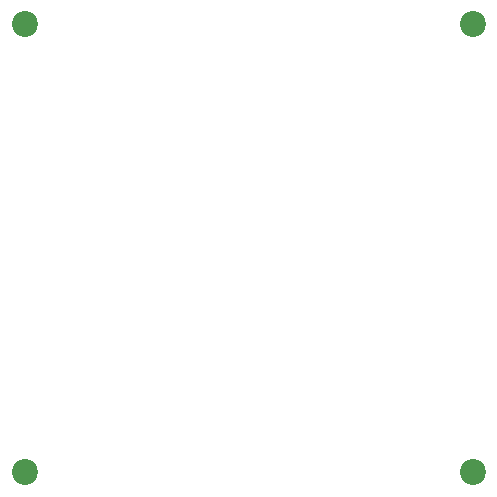
<source format=gbr>
%TF.GenerationSoftware,KiCad,Pcbnew,9.0.5-9.0.5~ubuntu24.04.1*%
%TF.CreationDate,2025-10-31T15:20:58+08:00*%
%TF.ProjectId,TPS,5450532e-6b69-4636-9164-5f7063625858,rev?*%
%TF.SameCoordinates,Original*%
%TF.FileFunction,Soldermask,Bot*%
%TF.FilePolarity,Negative*%
%FSLAX46Y46*%
G04 Gerber Fmt 4.6, Leading zero omitted, Abs format (unit mm)*
G04 Created by KiCad (PCBNEW 9.0.5-9.0.5~ubuntu24.04.1) date 2025-10-31 15:20:58*
%MOMM*%
%LPD*%
G01*
G04 APERTURE LIST*
%ADD10C,2.200000*%
G04 APERTURE END LIST*
D10*
%TO.C,H4*%
X82175000Y-99400000D03*
%TD*%
%TO.C,H1*%
X44261000Y-61486000D03*
%TD*%
%TO.C,H2*%
X44261000Y-99400000D03*
%TD*%
%TO.C,H3*%
X82175000Y-61486000D03*
%TD*%
M02*

</source>
